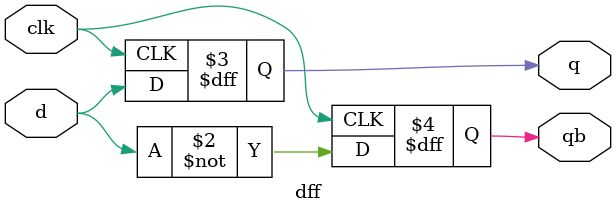
<source format=v>
module dff(d,clk,q,qb);
  input d,clk;
  output q,qb;
  reg q,qb;
  always @(posedge clk)
    begin
      q = d;
      qb = ~q;
    end
endmodule
  

</source>
